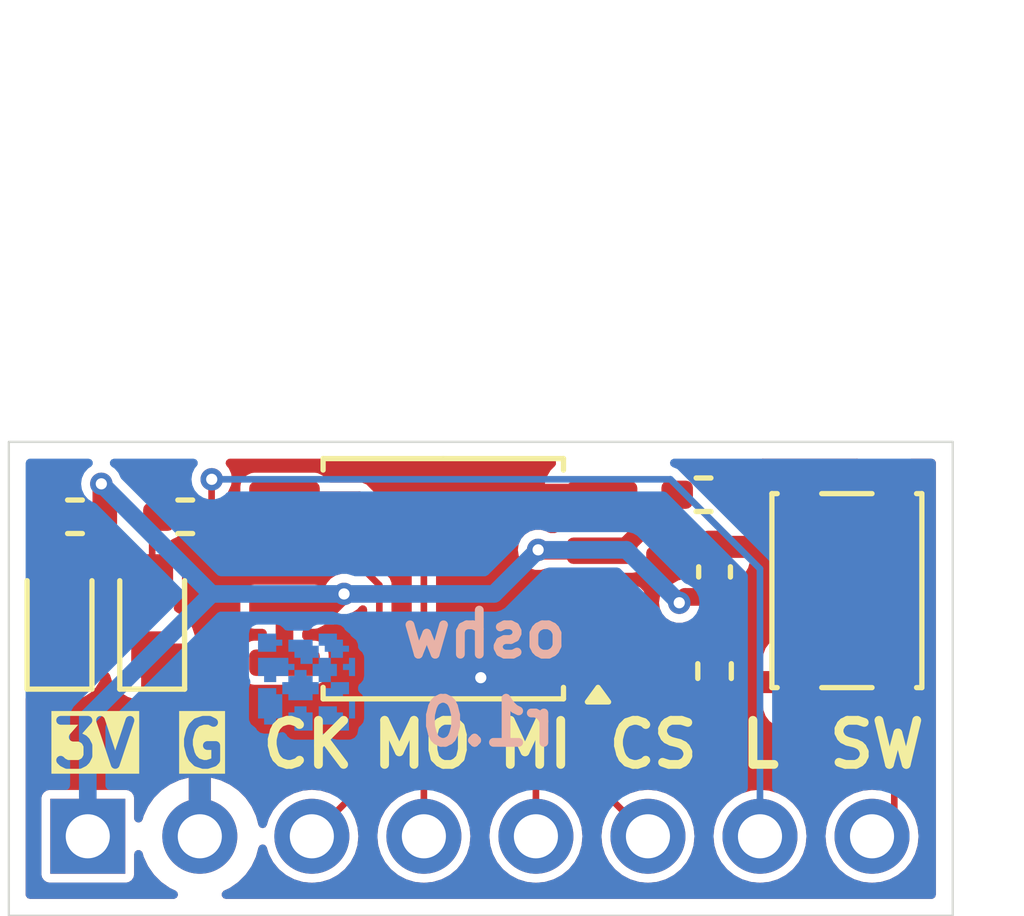
<source format=kicad_pcb>
(kicad_pcb (version 20240108) (generator "pcbnew") (generator_version "8.0")
  (layers (0 "F.Cu" signal) (31 "B.Cu" signal) (34 "B.Paste" user) (35 "F.Paste" user) (36 "B.SilkS" user "B.Silkscreen") (37 "F.SilkS" user "F.Silkscreen") (38 "B.Mask" user) (39 "F.Mask" user) (44 "Edge.Cuts" user))
  (net 0 "")
  (net 1 "+3V3")
  (net 2 "GND")
  (net 3 "Net-(D1-A)")
  (net 4 "Net-(D2-A)")
  (net 5 "SW")
  (net 6 "SPI0_SCK")
  (net 7 "LED")
  (net 8 "SPI0_MISO")
  (net 9 "SPI0_CS")
  (net 10 "SPI0_MOSI")
  (footprint "Button_Switch_SMD:SW_SPST_PTS810" (layer "F.Cu") (at 171 86.925 90)
    (property "Reference" "SW1" (hide yes))
    (property "Value" "SW_Push")
    (fp_line (start 2.2 -1.7) (end -2.2 -1.7) (stroke (width 0.12)) (layer "F.SilkS"))
    (fp_line (start -2.2 -1.7) (end -2.2 -1.58) (stroke (width 0.12)) (layer "F.SilkS"))
    (fp_line (start 2.2 -1.58) (end 2.2 -1.7) (stroke (width 0.12)) (layer "F.SilkS"))
    (fp_line (start -2.2 -0.57) (end -2.2 0.57) (stroke (width 0.12)) (layer "F.SilkS"))
    (fp_line (start 2.2 0.57) (end 2.2 -0.57) (stroke (width 0.12)) (layer "F.SilkS"))
    (fp_line (start -2.2 1.58) (end -2.2 1.7) (stroke (width 0.12)) (layer "F.SilkS"))
    (fp_line (start 2.2 1.7) (end 2.2 1.58) (stroke (width 0.12)) (layer "F.SilkS"))
    (fp_line (start -2.2 1.7) (end 2.2 1.7) (stroke (width 0.12)) (layer "F.SilkS"))
    (pad "1" smd rect (at -2.075 -1.075 90) (size 1.05 0.65) (layers "F.Cu" "F.Paste" "F.Mask") (net 2 "GND"))
    (pad "1" smd rect (at 2.075 -1.075 90) (size 1.05 0.65) (layers "F.Cu" "F.Paste" "F.Mask") (net 2 "GND"))
    (pad "2" smd rect (at -2.075 1.075 90) (size 1.05 0.65) (layers "F.Cu" "F.Paste" "F.Mask") (net 5 "SW"))
    (pad "2" smd rect (at 2.075 1.075 90) (size 1.05 0.65) (layers "F.Cu" "F.Paste" "F.Mask") (net 5 "SW"))
  )
  (footprint "LED_SMD:LED_0603_1608Metric_Pad1.05x0.95mm_HandSolder" (layer "F.Cu") (at 155.25 87.5 90)
    (property "Reference" "D2" (hide yes))
    (property "Value" "1")
    (fp_line (start 0.8 -0.735) (end -1.66 -0.735) (stroke (width 0.12)) (layer "F.SilkS"))
    (fp_line (start -1.66 -0.735) (end -1.66 0.735) (stroke (width 0.12)) (layer "F.SilkS"))
    (fp_line (start -1.66 0.735) (end 0.8 0.735) (stroke (width 0.12)) (layer "F.SilkS"))
    (pad "1" smd roundrect (at -0.875 0 90) (size 1.05 0.95) (layers "F.Cu" "F.Paste" "F.Mask") (net 2 "GND"))
    (pad "2" smd roundrect (at 0.875 0 90) (size 1.05 0.95) (layers "F.Cu" "F.Paste" "F.Mask") (net 4 "Net-(D2-A)"))
  )
  (footprint "Resistor_SMD:R_0402_1005Metric_Pad0.72x0.64mm_HandSolder" (layer "F.Cu") (at 156 85.25 180)
    (property "Reference" "R3" (hide yes))
    (property "Value" "2k")
    (fp_line (start -0.167621 0.38) (end 0.167621 0.38) (stroke (width 0.12)) (layer "F.SilkS"))
    (fp_line (start -0.167621 -0.38) (end 0.167621 -0.38) (stroke (width 0.12)) (layer "F.SilkS"))
    (pad "1" smd roundrect (at -0.5975 0 180) (size 0.715 0.64) (layers "F.Cu" "F.Paste" "F.Mask") (net 7 "LED"))
    (pad "2" smd roundrect (at 0.5975 0 180) (size 0.715 0.64) (layers "F.Cu" "F.Paste" "F.Mask") (net 4 "Net-(D2-A)"))
  )
  (footprint "Resistor_SMD:R_0402_1005Metric_Pad0.72x0.64mm_HandSolder" (layer "F.Cu") (at 167.75 84.75 180)
    (property "Reference" "R4" (hide yes))
    (property "Value" "10k")
    (fp_line (start -0.167621 0.38) (end 0.167621 0.38) (stroke (width 0.12)) (layer "F.SilkS"))
    (fp_line (start -0.167621 -0.38) (end 0.167621 -0.38) (stroke (width 0.12)) (layer "F.SilkS"))
    (pad "1" smd roundrect (at -0.5975 0 180) (size 0.715 0.64) (layers "F.Cu" "F.Paste" "F.Mask") (net 5 "SW"))
    (pad "2" smd roundrect (at 0.5975 0 180) (size 0.715 0.64) (layers "F.Cu" "F.Paste" "F.Mask") (net 1 "+3V3"))
  )
  (footprint "LED_SMD:LED_0603_1608Metric_Pad1.05x0.95mm_HandSolder" (layer "F.Cu") (at 153.15 87.5 90)
    (property "Reference" "D1" (hide yes))
    (property "Value" "PWR")
    (fp_line (start 0.8 -0.735) (end -1.66 -0.735) (stroke (width 0.12)) (layer "F.SilkS"))
    (fp_line (start -1.66 -0.735) (end -1.66 0.735) (stroke (width 0.12)) (layer "F.SilkS"))
    (fp_line (start -1.66 0.735) (end 0.8 0.735) (stroke (width 0.12)) (layer "F.SilkS"))
    (pad "1" smd roundrect (at -0.875 0 90) (size 1.05 0.95) (layers "F.Cu" "F.Paste" "F.Mask") (net 2 "GND"))
    (pad "2" smd roundrect (at 0.875 0 90) (size 1.05 0.95) (layers "F.Cu" "F.Paste" "F.Mask") (net 3 "Net-(D1-A)"))
  )
  (footprint "Resistor_SMD:R_0402_1005Metric_Pad0.72x0.64mm_HandSolder" (layer "F.Cu") (at 168 88.75 90)
    (property "Reference" "R1" (hide yes))
    (property "Value" "10k")
    (fp_line (start -0.167621 -0.38) (end 0.167621 -0.38) (stroke (width 0.12)) (layer "F.SilkS"))
    (fp_line (start -0.167621 0.38) (end 0.167621 0.38) (stroke (width 0.12)) (layer "F.SilkS"))
    (pad "1" smd roundrect (at -0.5975 0 90) (size 0.715 0.64) (layers "F.Cu" "F.Paste" "F.Mask") (net 9 "SPI0_CS"))
    (pad "2" smd roundrect (at 0.5975 0 90) (size 0.715 0.64) (layers "F.Cu" "F.Paste" "F.Mask") (net 1 "+3V3"))
  )
  (footprint "Capacitor_SMD:C_0402_1005Metric_Pad0.74x0.62mm_HandSolder" (layer "F.Cu") (at 168 86.5 -90)
    (property "Reference" "C1" (hide yes))
    (property "Value" "100n")
    (fp_line (start -0.115835 0.36) (end 0.115835 0.36) (stroke (width 0.12)) (layer "F.SilkS"))
    (fp_line (start -0.115835 -0.36) (end 0.115835 -0.36) (stroke (width 0.12)) (layer "F.SilkS"))
    (pad "1" smd roundrect (at -0.5675 0 270) (size 0.735 0.62) (layers "F.Cu" "F.Paste" "F.Mask") (net 2 "GND"))
    (pad "2" smd roundrect (at 0.5675 0 270) (size 0.735 0.62) (layers "F.Cu" "F.Paste" "F.Mask") (net 1 "+3V3"))
  )
  (footprint "Connector_PinHeader_2.54mm:PinHeader_1x08_P2.54mm_Vertical" (layer "F.Cu") (at 153.79 92.4975 90)
    (property "Reference" "J1" (hide yes))
    (property "Value" "Conn_01x08")
    (pad "1" thru_hole rect (at 0 0 90) (size 1.7 1.7) (drill 1) (layers "*.Cu" "*.Mask") (net 1 "+3V3"))
    (pad "2" thru_hole oval (at 0 2.54 90) (size 1.7 1.7) (drill 1) (layers "*.Cu" "*.Mask") (net 2 "GND"))
    (pad "3" thru_hole oval (at 0 5.08 90) (size 1.7 1.7) (drill 1) (layers "*.Cu" "*.Mask") (net 6 "SPI0_SCK"))
    (pad "4" thru_hole oval (at 0 7.62 90) (size 1.7 1.7) (drill 1) (layers "*.Cu" "*.Mask") (net 10 "SPI0_MOSI"))
    (pad "5" thru_hole oval (at 0 10.16 90) (size 1.7 1.7) (drill 1) (layers "*.Cu" "*.Mask") (net 8 "SPI0_MISO"))
    (pad "6" thru_hole oval (at 0 12.7 90) (size 1.7 1.7) (drill 1) (layers "*.Cu" "*.Mask") (net 9 "SPI0_CS"))
    (pad "7" thru_hole oval (at 0 15.24 90) (size 1.7 1.7) (drill 1) (layers "*.Cu" "*.Mask") (net 7 "LED"))
    (pad "8" thru_hole oval (at 0 17.78 90) (size 1.7 1.7) (drill 1) (layers "*.Cu" "*.Mask") (net 5 "SW"))
  )
  (footprint "Resistor_SMD:R_0402_1005Metric_Pad0.72x0.64mm_HandSolder" (layer "F.Cu") (at 153.5 85.25 180)
    (property "Reference" "R2" (hide yes))
    (property "Value" "2k")
    (fp_line (start -0.167621 0.38) (end 0.167621 0.38) (stroke (width 0.12)) (layer "F.SilkS"))
    (fp_line (start -0.167621 -0.38) (end 0.167621 -0.38) (stroke (width 0.12)) (layer "F.SilkS"))
    (pad "1" smd roundrect (at -0.5975 0 180) (size 0.715 0.64) (layers "F.Cu" "F.Paste" "F.Mask") (net 1 "+3V3"))
    (pad "2" smd roundrect (at 0.5975 0 180) (size 0.715 0.64) (layers "F.Cu" "F.Paste" "F.Mask") (net 3 "Net-(D1-A)"))
  )
  (footprint "Package_SO:SOIC-8_5.23x5.23mm_P1.27mm" (layer "F.Cu") (at 161.85 86.655 180)
    (property "Reference" "U1" (hide yes))
    (property "Value" "W25Q32JVSS")
    (fp_line (start 2.725 2.725) (end 2.725 2.465) (stroke (width 0.12)) (layer "F.SilkS"))
    (fp_line (start 2.725 -2.725) (end 2.725 -2.465) (stroke (width 0.12)) (layer "F.SilkS"))
    (fp_line (start 0 2.725) (end 2.725 2.725) (stroke (width 0.12)) (layer "F.SilkS"))
    (fp_line (start 0 2.725) (end -2.725 2.725) (stroke (width 0.12)) (layer "F.SilkS"))
    (fp_line (start 0 -2.725) (end 2.725 -2.725) (stroke (width 0.12)) (layer "F.SilkS"))
    (fp_line (start 0 -2.725) (end -2.725 -2.725) (stroke (width 0.12)) (layer "F.SilkS"))
    (fp_line (start -2.725 2.725) (end -2.725 2.465) (stroke (width 0.12)) (layer "F.SilkS"))
    (fp_line (start -2.725 -2.725) (end -2.725 -2.465) (stroke (width 0.12)) (layer "F.SilkS"))
    (fp_poly (pts (xy -3.5075 -2.465) (xy -3.7475 -2.795) (xy -3.2675 -2.795) (xy -3.5075 -2.465)) (stroke (width 0.12)) (fill solid) (layer "F.SilkS"))
    (pad "1" smd roundrect (at -3.6 -1.905 180) (size 1.6 0.6) (layers "F.Cu" "F.Paste" "F.Mask") (net 9 "SPI0_CS"))
    (pad "2" smd roundrect (at -3.6 -0.635 180) (size 1.6 0.6) (layers "F.Cu" "F.Paste" "F.Mask") (net 8 "SPI0_MISO"))
    (pad "3" smd roundrect (at -3.6 0.635 180) (size 1.6 0.6) (layers "F.Cu" "F.Paste" "F.Mask") (net 1 "+3V3"))
    (pad "4" smd roundrect (at -3.6 1.905 180) (size 1.6 0.6) (layers "F.Cu" "F.Paste" "F.Mask") (net 2 "GND"))
    (pad "5" smd roundrect (at 3.6 1.905 180) (size 1.6 0.6) (layers "F.Cu" "F.Paste" "F.Mask") (net 10 "SPI0_MOSI"))
    (pad "6" smd roundrect (at 3.6 0.635 180) (size 1.6 0.6) (layers "F.Cu" "F.Paste" "F.Mask") (net 6 "SPI0_SCK"))
    (pad "7" smd roundrect (at 3.6 -0.635 180) (size 1.6 0.6) (layers "F.Cu" "F.Paste" "F.Mask") (net 1 "+3V3"))
    (pad "8" smd roundrect (at 3.6 -1.905 180) (size 1.6 0.6) (layers "F.Cu" "F.Paste" "F.Mask") (net 1 "+3V3"))
  )
  (footprint "LOGO" (layer "B.Cu") (at 158.75 89 180)
    (property "Reference" "" (at 0 0 180) (layer "B.SilkS") (effects (font (size 1.27 1.27)) (justify mirror)))
    (property "Value" "" (at 0 0 180) (layer "B.SilkS") (effects (font (size 1.27 1.27)) (justify mirror)))
    (fp_poly (pts (xy 1.100043 0.893785) (xy 1.100043 0.687527) (xy 0.893785 0.687527) (xy 0.687527 0.687527) (xy 0.687527 0.75628) (xy 0.687527 0.825033) (xy 0.618774 0.825033) (xy 0.550021 0.825033) (xy 0.550021 0.893785) (xy 0.550021 0.962538) (xy 0.618774 0.962538) (xy 0.687527 0.962538) (xy 0.687527 1.031291) (xy 0.687527 1.100043) (xy 0.893785 1.100043) (xy 1.100043 1.100043)) (fill solid) (layer "B.Cu"))
    (fp_poly (pts (xy -0.962538 0.481269) (xy -0.962538 0.412516) (xy -0.893785 0.412516) (xy -0.825033 0.412516) (xy -0.825033 0.343764) (xy -0.825033 0.275011) (xy -0.893785 0.275011) (xy -0.962538 0.275011) (xy -0.962538 0.206258) (xy -0.962538 0.137506) (xy -1.031291 0.137506) (xy -1.100043 0.137506) (xy -1.100043 0.343764) (xy -1.100043 0.550022) (xy -1.031291 0.550022) (xy -0.962538 0.550022)) (fill solid) (layer "B.Cu"))
    (fp_poly (pts (xy 0.275011 -0.618774) (xy 0.275011 -0.687527) (xy 0.343763 -0.687527) (xy 0.412516 -0.687527) (xy 0.412516 -0.825032) (xy 0.412516 -0.962538) (xy 0.343763 -0.962538) (xy 0.275011 -0.962538) (xy 0.275011 -1.03129) (xy 0.275011 -1.100043) (xy 0.068753 -1.100043) (xy -0.137506 -1.100043) (xy -0.137506 -0.893785) (xy -0.137506 -0.687527) (xy -0.068753 -0.687527) (xy 0 -0.687527) (xy 0 -0.618774) (xy 0 -0.550021) (xy 0.137505 -0.550021) (xy 0.275011 -0.550021)) (fill solid) (layer "B.Cu"))
    (fp_poly (pts (xy -0.962538 -0.618774) (xy -0.962538 -0.825032) (xy -0.893785 -0.825032) (xy -0.825033 -0.825032) (xy -0.825033 -0.75628) (xy -0.825033 -0.687527) (xy -0.75628 -0.687527) (xy -0.687527 -0.687527) (xy -0.687527 -0.618774) (xy -0.687527 -0.550021) (xy -0.481269 -0.550021) (xy -0.275011 -0.550021) (xy -0.275011 -0.75628) (xy -0.275011 -0.962538) (xy -0.481269 -0.962538) (xy -0.687527 -0.962538) (xy -0.687527 -1.03129) (xy -0.687527 -1.100043) (xy -0.825033 -1.100043) (xy -0.962538 -1.100043) (xy -0.962538 -0.962538) (xy -0.962538 -0.825032) (xy -1.031291 -0.825032) (xy -1.100043 -0.825032) (xy -1.100043 -0.618774) (xy -1.100043 -0.412516) (xy -1.031291 -0.412516) (xy -0.962538 -0.412516)) (fill solid) (layer "B.Cu"))
    (fp_poly (pts (xy -0.275011 0.962538) (xy -0.275011 0.825033) (xy -0.206258 0.825033) (xy -0.137506 0.825033) (xy -0.137506 0.893785) (xy -0.137506 0.962538) (xy 0.137505 0.962538) (xy 0.412516 0.962538) (xy 0.412516 0.825033) (xy 0.412516 0.687527) (xy 0.343763 0.687527) (xy 0.275011 0.687527) (xy 0.275011 0.618775) (xy 0.275011 0.550022) (xy 0.206258 0.550022) (xy 0.137505 0.550022) (xy 0.137505 0.481269) (xy 0.137505 0.412516) (xy 0 0.412516) (xy -0.137506 0.412516) (xy -0.137506 0.275011) (xy -0.137506 0.137506) (xy -0.068753 0.137506) (xy 0 0.137506) (xy 0 0.206258) (xy 0 0.275011) (xy 0.137505 0.275011) (xy 0.275011 0.275011) (xy 0.275011 0.206258) (xy 0.275011 0.137506) (xy 0.343763 0.137506) (xy 0.412516 0.137506) (xy 0.412516 0.206258) (xy 0.412516 0.275011) (xy 0.343763 0.275011) (xy 0.275011 0.275011) (xy 0.275011 0.343764) (xy 0.275011 0.412516) (xy 0.343763 0.412516) (xy 0.412516 0.412516) (xy 0.412516 0.481269) (xy 0.412516 0.550022) (xy 0.75628 0.550022) (xy 1.100043 0.550022) (xy 1.100043 0.343764) (xy 1.100043 0.137506) (xy 1.03129 0.137506) (xy 0.962538 0.137506) (xy 0.962538 0.068753) (xy 0.962538 0) (xy 0.825032 0) (xy 0.687527 0) (xy 0.687527 0.068753) (xy 0.687527 0.137506) (xy 0.550021 0.137506) (xy 0.412516 0.137506) (xy 0.412516 0.068753) (xy 0.412516 0) (xy 0.481269 0) (xy 0.550021 0) (xy 0.550021 -0.137505) (xy 0.550021 -0.275011) (xy 0.618774 -0.275011) (xy 0.687527 -0.275011) (xy 0.687527 -0.206258) (xy 0.687527 -0.137505) (xy 0.893785 -0.137505) (xy 1.100043 -0.137505) (xy 1.100043 -0.481269) (xy 1.100043 -0.825032) (xy 1.03129 -0.825032) (xy 0.962538 -0.825032) (xy 0.962538 -0.893785) (xy 0.962538 -0.962538) (xy 0.825032 -0.962538) (xy 0.687527 -0.962538) (xy 0.687527 -0.893785) (xy 0.687527 -0.825032) (xy 0.618774 -0.825032) (xy 0.550021 -0.825032) (xy 0.550021 -0.550021) (xy 0.550021 -0.275011) (xy 0.481269 -0.275011) (xy 0.412516 -0.275011) (xy 0.412516 -0.343763) (xy 0.412516 -0.412516) (xy 0.137505 -0.412516) (xy -0.137506 -0.412516) (xy -0.137506 -0.343763) (xy -0.137506 -0.275011) (xy -0.206258 -0.275011) (xy -0.275011 -0.275011) (xy -0.275011 -0.137505) (xy -0.275011 0) (xy -0.412516 0) (xy -0.550022 0) (xy -0.550022 -0.068753) (xy -0.550022 -0.137505) (xy -0.481269 -0.137505) (xy -0.412516 -0.137505) (xy -0.412516 -0.275011) (xy -0.412516 -0.412516) (xy -0.618775 -0.412516) (xy -0.825033 -0.412516) (xy -0.825033 -0.343763) (xy -0.825033 -0.275011) (xy -0.893785 -0.275011) (xy -0.962538 -0.275011) (xy -0.962538 -0.137505) (xy -0.962538 0) (xy -0.75628 0) (xy -0.550022 0) (xy -0.550022 0.068753) (xy -0.550022 0.137506) (xy -0.275011 0.137506) (xy -0.275011 0.068753) (xy -0.275011 0) (xy -0.206258 0) (xy -0.137506 0) (xy -0.137506 0.068753) (xy -0.137506 0.137506) (xy -0.206258 0.137506) (xy -0.275011 0.137506) (xy -0.550022 0.137506) (xy -0.618775 0.137506) (xy -0.687527 0.137506) (xy -0.687527 0.275011) (xy -0.687527 0.412516) (xy -0.618775 0.412516) (xy -0.550022 0.412516) (xy -0.550022 0.481269) (xy -0.550022 0.550022) (xy -0.412516 0.550022) (xy -0.275011 0.550022) (xy -0.275011 0.481269) (xy -0.275011 0.412516) (xy -0.206258 0.412516) (xy -0.137506 0.412516) (xy -0.137506 0.481269) (xy -0.137506 0.550022) (xy -0.206258 0.550022) (xy -0.275011 0.550022) (xy -0.275011 0.687527) (xy -0.275011 0.825033) (xy -0.343764 0.825033) (xy -0.412516 0.825033) (xy -0.412516 0.75628) (xy -0.412516 0.687527) (xy -0.481269 0.687527) (xy -0.550022 0.687527) (xy -0.550022 0.618775) (xy -0.550022 0.550022) (xy -0.687527 0.550022) (xy -0.825033 0.550022) (xy -0.825033 0.618775) (xy -0.825033 0.687527) (xy -0.893785 0.687527) (xy -0.962538 0.687527) (xy -0.962538 0.75628) (xy -0.962538 0.825033) (xy -0.893785 0.825033) (xy -0.825033 0.825033) (xy -0.825033 0.893785) (xy -0.825033 0.962538) (xy -0.75628 0.962538) (xy -0.687527 0.962538) (xy -0.687527 1.031291) (xy -0.687527 1.100043) (xy -0.481269 1.100043) (xy -0.275011 1.100043)) (fill solid) (layer "B.Cu"))
  )
  (gr_rect (start 152 83.55) (end 173.4 94.3) (stroke (width 0.05)) (fill none) (layer "Edge.Cuts"))
  (gr_text "r1.0" (at 164.5 90.5 0) (layer "B.SilkS") (effects (font (size 1 1) (thickness 0.2) (bold yes)) (justify left bottom mirror)))
  (gr_text "oshw" (at 164.75 88.5 0) (layer "B.SilkS") (effects (font (size 1 1) (thickness 0.2) (bold yes)) (justify left bottom mirror)))
  (gr_text "CS" (at 165.5 91 0) (layer "F.SilkS") (effects (font (size 1 1) (thickness 0.2) (bold yes)) (justify left bottom)))
  (gr_text "MI" (at 163 91 0) (layer "F.SilkS") (effects (font (size 1 1) (thickness 0.2) (bold yes)) (justify left bottom)))
  (gr_text "SW" (at 170.5 91 0) (layer "F.SilkS") (effects (font (size 1 1) (thickness 0.2) (bold yes)) (justify left bottom)))
  (gr_text "L" (at 168.5 91 0) (layer "F.SilkS") (effects (font (size 1 1) (thickness 0.2) (bold yes)) (justify left bottom)))
  (gr_text "MO" (at 160.15 91 0) (layer "F.SilkS") (effects (font (size 1 1) (thickness 0.2) (bold yes)) (justify left bottom)))
  (gr_text "3V" (at 152.9 91 0) (layer "F.SilkS" knockout) (effects (font (size 1 1) (thickness 0.2) (bold yes)) (justify left bottom)))
  (gr_text "CK" (at 157.65 91 0) (layer "F.SilkS") (effects (font (size 1 1) (thickness 0.2) (bold yes)) (justify left bottom)))
  (gr_text "G" (at 155.75 91 0) (layer "F.SilkS" knockout) (effects (font (size 1 1) (thickness 0.2) (bold yes)) (justify left bottom)))
  (segment (start 165.45 86.02) (end 165.8825 86.02) (width 0.4) (layer "F.Cu") (net 1))
  (segment (start 154.0975 84.5025) (end 154.0975 85.25) (width 0.4) (layer "F.Cu") (net 1))
  (segment (start 168 88.1525) (end 168 87.0675) (width 0.4) (layer "F.Cu") (net 1))
  (segment (start 165.8825 86.02) (end 167.1525 84.75) (width 0.4) (layer "F.Cu") (net 1))
  (segment (start 168 87.0675) (end 167.3325 87.0675) (width 0.4) (layer "F.Cu") (net 1))
  (segment (start 167.3325 87.0675) (end 167.2 87.2) (width 0.4) (layer "F.Cu") (net 1))
  (segment (start 165.45 86.02) (end 164.02 86.02) (width 0.4) (layer "F.Cu") (net 1))
  (segment (start 158.25 88.56) (end 158.25 87.29) (width 0.4) (layer "F.Cu") (net 1))
  (segment (start 159.6 87) (end 159.31 87.29) (width 0.4) (layer "F.Cu") (net 1))
  (segment (start 164.02 86.02) (end 164 86) (width 0.4) (layer "F.Cu") (net 1))
  (segment (start 159.31 87.29) (end 158.25 87.29) (width 0.4) (layer "F.Cu") (net 1))
  (via (at 167.2 87.2) (size 0.508) (drill 0.254) (layers "F.Cu" "B.Cu") (net 1))
  (via (at 154.0975 84.5025) (size 0.508) (drill 0.254) (layers "F.Cu" "B.Cu") (net 1))
  (via (at 159.6 87) (size 0.508) (drill 0.254) (layers "F.Cu" "B.Cu") (net 1))
  (via (at 164 86) (size 0.508) (drill 0.254) (layers "F.Cu" "B.Cu") (net 1))
  (segment (start 153.79 89.805) (end 156.595 87) (width 0.4) (layer "B.Cu") (net 1))
  (segment (start 164 86) (end 166 86) (width 0.4) (layer "B.Cu") (net 1))
  (segment (start 153.79 92.4975) (end 153.79 89.805) (width 0.4) (layer "B.Cu") (net 1))
  (segment (start 163 87) (end 159.6 87) (width 0.4) (layer "B.Cu") (net 1))
  (segment (start 164 86) (end 163 87) (width 0.4) (layer "B.Cu") (net 1))
  (segment (start 156.595 87) (end 154.0975 84.5025) (width 0.4) (layer "B.Cu") (net 1))
  (segment (start 159.6 87) (end 156.595 87) (width 0.4) (layer "B.Cu") (net 1))
  (segment (start 166 86) (end 167.2 87.2) (width 0.4) (layer "B.Cu") (net 1))
  (via (at 162.7 88.9) (size 0.508) (drill 0.254) (layers "F.Cu" "B.Cu") (net 2))
  (segment (start 152.9025 85.25) (end 152.9025 86.3775) (width 0.15) (layer "F.Cu") (net 3))
  (segment (start 152.9025 86.3775) (end 153.15 86.625) (width 0.15) (layer "F.Cu") (net 3))
  (segment (start 155.25 85.4025) (end 155.4025 85.25) (width 0.15) (layer "F.Cu") (net 4))
  (segment (start 155.25 86.625) (end 155.25 85.4025) (width 0.15) (layer "F.Cu") (net 4))
  (segment (start 169.0915 84.006) (end 171.231 84.006) (width 0.15) (layer "F.Cu") (net 5))
  (segment (start 172.075 91.9925) (end 171.57 92.4975) (width 0.15) (layer "F.Cu") (net 5))
  (segment (start 172.075 84.85) (end 172.075 89) (width 0.15) (layer "F.Cu") (net 5))
  (segment (start 171.231 84.006) (end 172.075 84.85) (width 0.15) (layer "F.Cu") (net 5))
  (segment (start 172.075 89) (end 172.075 91.9925) (width 0.15) (layer "F.Cu") (net 5))
  (segment (start 168.3475 84.75) (end 169.0915 84.006) (width 0.15) (layer "F.Cu") (net 5))
  (segment (start 160.4 86.8) (end 160.4 90.9675) (width 0.15) (layer "F.Cu") (net 6))
  (segment (start 159.62 86.02) (end 160.4 86.8) (width 0.15) (layer "F.Cu") (net 6))
  (segment (start 160.4 90.9675) (end 158.87 92.4975) (width 0.15) (layer "F.Cu") (net 6))
  (segment (start 158.25 86.02) (end 159.62 86.02) (width 0.15) (layer "F.Cu") (net 6))
  (segment (start 156.5975 84.4025) (end 156.6 84.4) (width 0.15) (layer "F.Cu") (net 7))
  (segment (start 156.5975 85.25) (end 156.5975 84.4025) (width 0.15) (layer "F.Cu") (net 7))
  (via (at 156.6 84.4) (size 0.508) (drill 0.254) (layers "F.Cu" "B.Cu") (net 7))
  (segment (start 169.03 92.4975) (end 169.03 86.43) (width 0.15) (layer "B.Cu") (net 7))
  (segment (start 167 84.4) (end 156.6 84.4) (width 0.15) (layer "B.Cu") (net 7))
  (segment (start 169.03 86.43) (end 167 84.4) (width 0.15) (layer "B.Cu") (net 7))
  (segment (start 164.650001 87.29) (end 163.95 87.990001) (width 0.15) (layer "F.Cu") (net 8))
  (segment (start 165.45 87.29) (end 164.650001 87.29) (width 0.15) (layer "F.Cu") (net 8))
  (segment (start 163.95 87.990001) (end 163.95 92.4975) (width 0.15) (layer "F.Cu") (net 8))
  (segment (start 165.45 88.56) (end 166.56 88.56) (width 0.15) (layer "F.Cu") (net 9))
  (segment (start 165.45 88.56) (end 165.45 91.45) (width 0.15) (layer "F.Cu") (net 9))
  (segment (start 166.56 88.56) (end 167.3475 89.3475) (width 0.15) (layer "F.Cu") (net 9))
  (segment (start 165.45 91.45) (end 166.49 92.49) (width 0.15) (layer "F.Cu") (net 9))
  (segment (start 166.49 92.49) (end 166.49 92.4975) (width 0.15) (layer "F.Cu") (net 9))
  (segment (start 167.3475 89.3475) (end 168 89.3475) (width 0.15) (layer "F.Cu") (net 9))
  (segment (start 159.95 84.75) (end 161.41 86.21) (width 0.15) (layer "F.Cu") (net 10))
  (segment (start 161.41 86.21) (end 161.41 92.4975) (width 0.15) (layer "F.Cu") (net 10))
  (segment (start 158.25 84.75) (end 159.95 84.75) (width 0.15) (layer "F.Cu") (net 10))
  (zone (net 2) (net_name "GND") (layer "F.Cu") (priority 1) (connect_pads (clearance 0.2)) (min_thickness 0.2) (fill yes (thermal_gap 0.5) (thermal_bridge_width 0.5) (island_removal_mode 2) (island_area_min 10))
    (polygon (pts (xy 152 94.3) (xy 151.8 83.5) (xy 173.2 83.5) (xy 173.4 94.3)))
  )
  (zone (net 2) (net_name "GND") (layer "B.Cu") (connect_pads (clearance 0.2)) (min_thickness 0.2) (fill yes (thermal_gap 0.5) (thermal_bridge_width 0.5) (island_removal_mode 2) (island_area_min 10))
    (polygon (pts (xy 152 94.3) (xy 152 83.5) (xy 173.4 83.5) (xy 173.4 94.3)))
  )
)
</source>
